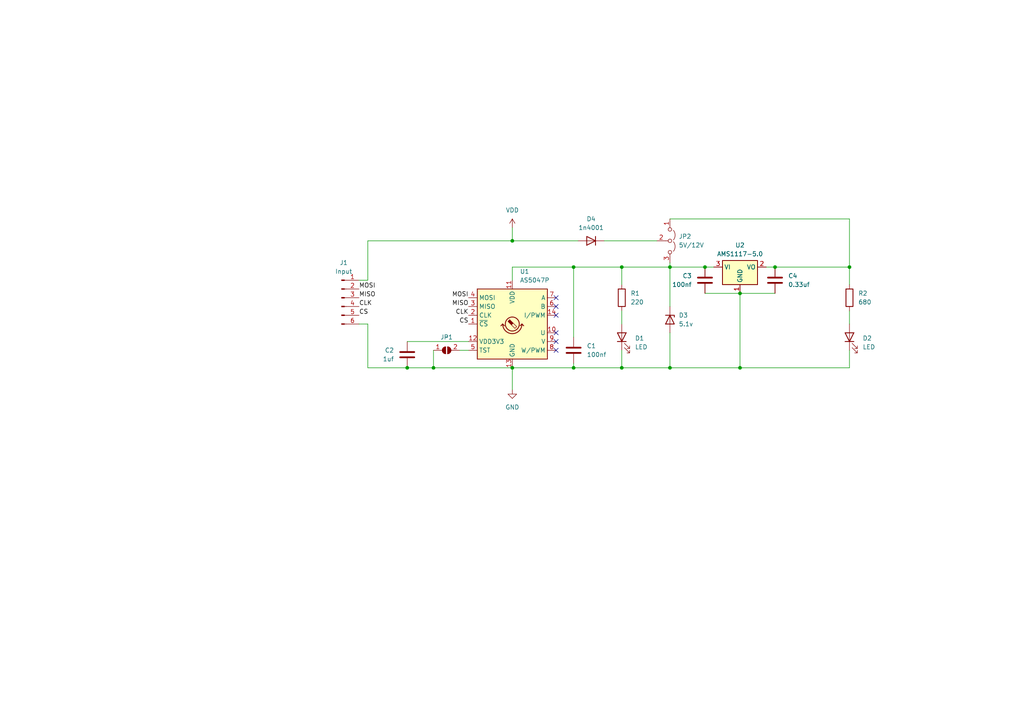
<source format=kicad_sch>
(kicad_sch (version 20230121) (generator eeschema)
  (paper "A4")
  (lib_symbols
    (symbol "Connector:Conn_01x06_Pin" (pin_names (offset 1.016) hide)
      (property "Reference" "J" (at 0 7.62 0))
      (property "Value" "Conn_01x06_Pin" (at 0 -10.16 0))
      (symbol "Conn_01x06_Pin_1_1"
        (polyline (pts (xy 1.27 -7.62) (xy 0.8636 -7.62)) (stroke (width 0.1524)))
        (polyline (pts (xy 1.27 -5.08) (xy 0.8636 -5.08)) (stroke (width 0.1524)))
        (polyline (pts (xy 1.27 -2.54) (xy 0.8636 -2.54)) (stroke (width 0.1524)))
        (polyline (pts (xy 1.27 0) (xy 0.8636 0)) (stroke (width 0.1524)))
        (polyline (pts (xy 1.27 2.54) (xy 0.8636 2.54)) (stroke (width 0.1524)))
        (polyline (pts (xy 1.27 5.08) (xy 0.8636 5.08)) (stroke (width 0.1524)))
        (rectangle (start 0.8636 -7.493) (end 0 -7.747) (stroke (width 0.1524)) (fill (type outline)))
        (rectangle (start 0.8636 -4.953) (end 0 -5.207) (stroke (width 0.1524)) (fill (type outline)))
        (rectangle (start 0.8636 -2.413) (end 0 -2.667) (stroke (width 0.1524)) (fill (type outline)))
        (rectangle (start 0.8636 0.127) (end 0 -0.127) (stroke (width 0.1524)) (fill (type outline)))
        (rectangle (start 0.8636 2.667) (end 0 2.413) (stroke (width 0.1524)) (fill (type outline)))
        (rectangle (start 0.8636 5.207) (end 0 4.953) (stroke (width 0.1524)) (fill (type outline)))
        (pin passive line (at 5.08 5.08 180) (length 3.81) (name "Pin_1") (number "1"))
        (pin passive line (at 5.08 2.54 180) (length 3.81) (name "Pin_2") (number "2"))
        (pin passive line (at 5.08 0 180) (length 3.81) (name "Pin_3") (number "3"))
        (pin passive line (at 5.08 -2.54 180) (length 3.81) (name "Pin_4") (number "4"))
        (pin passive line (at 5.08 -5.08 180) (length 3.81) (name "Pin_5") (number "5"))
        (pin passive line (at 5.08 -7.62 180) (length 3.81) (name "Pin_6") (number "6"))
      )
    )
    (symbol "Device:C" (pin_numbers hide) (pin_names (offset 0.254))
      (property "Reference" "C" (at 0.635 2.54 0))
      (property "Value" "C" (at 0.635 -2.54 0))
      (symbol "C_0_1"
        (polyline (pts (xy -2.032 -0.762) (xy 2.032 -0.762)) (stroke (width 0.508)))
        (polyline (pts (xy -2.032 0.762) (xy 2.032 0.762)) (stroke (width 0.508)))
      )
      (symbol "C_1_1"
        (pin passive line (at 0 3.81 270) (length 2.794) (name "~") (number "1"))
        (pin passive line (at 0 -3.81 90) (length 2.794) (name "~") (number "2"))
      )
    )
    (symbol "Device:D" (pin_numbers hide) (pin_names (offset 1.016) hide)
      (property "Reference" "D" (at 0 2.54 0))
      (property "Value" "D" (at 0 -2.54 0))
      (symbol "D_0_1"
        (polyline (pts (xy -1.27 1.27) (xy -1.27 -1.27)) (stroke (width 0.254)))
        (polyline (pts (xy 1.27 0) (xy -1.27 0)))
        (polyline (pts (xy 1.27 1.27) (xy 1.27 -1.27) (xy -1.27 0) (xy 1.27 1.27)) (stroke (width 0.254)))
      )
      (symbol "D_1_1"
        (pin passive line (at -3.81 0 0) (length 2.54) (name "K") (number "1"))
        (pin passive line (at 3.81 0 180) (length 2.54) (name "A") (number "2"))
      )
    )
    (symbol "Device:D_Zener" (pin_numbers hide) (pin_names (offset 1.016) hide)
      (property "Reference" "D" (at 0 2.54 0))
      (property "Value" "D_Zener" (at 0 -2.54 0))
      (symbol "D_Zener_0_1"
        (polyline (pts (xy 1.27 0) (xy -1.27 0)))
        (polyline (pts (xy -1.27 -1.27) (xy -1.27 1.27) (xy -0.762 1.27)) (stroke (width 0.254)))
        (polyline (pts (xy 1.27 -1.27) (xy 1.27 1.27) (xy -1.27 0) (xy 1.27 -1.27)) (stroke (width 0.254)))
      )
      (symbol "D_Zener_1_1"
        (pin passive line (at -3.81 0 0) (length 2.54) (name "K") (number "1"))
        (pin passive line (at 3.81 0 180) (length 2.54) (name "A") (number "2"))
      )
    )
    (symbol "Device:LED" (pin_numbers hide) (pin_names (offset 1.016) hide)
      (property "Reference" "D" (at 0 2.54 0))
      (property "Value" "LED" (at 0 -2.54 0))
      (symbol "LED_0_1"
        (polyline (pts (xy -1.27 -1.27) (xy -1.27 1.27)) (stroke (width 0.254)))
        (polyline (pts (xy -1.27 0) (xy 1.27 0)))
        (polyline (pts (xy 1.27 -1.27) (xy 1.27 1.27) (xy -1.27 0) (xy 1.27 -1.27)) (stroke (width 0.254)))
        (polyline (pts (xy -3.048 -0.762) (xy -4.572 -2.286) (xy -3.81 -2.286) (xy -4.572 -2.286) (xy -4.572 -1.524)))
        (polyline (pts (xy -1.778 -0.762) (xy -3.302 -2.286) (xy -2.54 -2.286) (xy -3.302 -2.286) (xy -3.302 -1.524)))
      )
      (symbol "LED_1_1"
        (pin passive line (at -3.81 0 0) (length 2.54) (name "K") (number "1"))
        (pin passive line (at 3.81 0 180) (length 2.54) (name "A") (number "2"))
      )
    )
    (symbol "Device:R" (pin_numbers hide) (pin_names (offset 0))
      (property "Reference" "R" (at 2.032 0 90))
      (property "Value" "R" (at 0 0 90))
      (symbol "R_0_1"
        (rectangle (start -1.016 -2.54) (end 1.016 2.54) (stroke (width 0.254)))
      )
      (symbol "R_1_1"
        (pin passive line (at 0 3.81 270) (length 1.27) (name "~") (number "1"))
        (pin passive line (at 0 -3.81 90) (length 1.27) (name "~") (number "2"))
      )
    )
    (symbol "Jumper:Jumper_3_Open" (pin_names (offset 0) hide)
      (property "Reference" "JP" (at -2.54 -2.54 0))
      (property "Value" "Jumper_3_Open" (at 0 2.794 0))
      (symbol "Jumper_3_Open_0_0"
        (circle (center -3.302 0) (radius 0.508))
        (circle (center 0 0) (radius 0.508))
        (circle (center 3.302 0) (radius 0.508))
      )
      (symbol "Jumper_3_Open_0_1"
        (arc (start -0.254 1.016) (mid -1.651 1.4992) (end -3.048 1.016))
        (polyline (pts (xy 0 -0.508) (xy 0 -1.27)))
        (arc (start 3.048 1.016) (mid 1.651 1.4992) (end 0.254 1.016))
      )
      (symbol "Jumper_3_Open_1_1"
        (pin passive line (at -6.35 0 0) (length 2.54) (name "A") (number "1"))
        (pin passive line (at 0 -3.81 90) (length 2.54) (name "C") (number "2"))
        (pin passive line (at 6.35 0 180) (length 2.54) (name "B") (number "3"))
      )
    )
    (symbol "Jumper:SolderJumper_2_Open" (pin_names (offset 0) hide)
      (property "Reference" "JP" (at 0 2.032 0))
      (property "Value" "SolderJumper_2_Open" (at 0 -2.54 0))
      (symbol "SolderJumper_2_Open_0_1"
        (arc (start -0.254 1.016) (mid -1.2656 0) (end -0.254 -1.016))
        (arc (start -0.254 1.016) (mid -1.2656 0) (end -0.254 -1.016) (fill (type outline)))
        (polyline (pts (xy -0.254 1.016) (xy -0.254 -1.016)))
        (polyline (pts (xy 0.254 1.016) (xy 0.254 -1.016)))
        (arc (start 0.254 -1.016) (mid 1.2656 0) (end 0.254 1.016))
        (arc (start 0.254 -1.016) (mid 1.2656 0) (end 0.254 1.016) (fill (type outline)))
      )
      (symbol "SolderJumper_2_Open_1_1"
        (pin passive line (at -3.81 0 0) (length 2.54) (name "A") (number "1"))
        (pin passive line (at 3.81 0 180) (length 2.54) (name "B") (number "2"))
      )
    )
    (symbol "Regulator_Linear:AMS1117-5.0"
      (property "Reference" "U" (at -3.81 3.175 0))
      (property "Value" "AMS1117-5.0" (at 0 3.175 0))
      (symbol "AMS1117-5.0_0_1"
        (rectangle (start -5.08 -5.08) (end 5.08 1.905) (stroke (width 0.254)) (fill (type background)))
      )
      (symbol "AMS1117-5.0_1_1"
        (pin power_in line (at 0 -7.62 90) (length 2.54) (name "GND") (number "1"))
        (pin power_out line (at 7.62 0 180) (length 2.54) (name "VO") (number "2"))
        (pin power_in line (at -7.62 0 0) (length 2.54) (name "VI") (number "3"))
      )
    )
    (symbol "Sensor_Magnetic:AS5047D"
      (property "Reference" "U" (at -8.89 11.43 0))
      (property "Value" "AS5047D" (at 5.08 11.43 0))
      (symbol "AS5047D_1_1"
        (rectangle (start -10.16 10.16) (end 10.16 -10.16) (stroke (width 0.254)) (fill (type background)))
        (arc (start -2.794 0) (mid 0 -2.7819) (end 2.794 0) (stroke (width 0.254)))
        (polyline (pts (xy -2.794 0) (xy -3.302 -0.508)) (stroke (width 0.254)))
        (polyline (pts (xy -2.794 0) (xy -2.286 -0.508)) (stroke (width 0.254)))
        (polyline (pts (xy 2.794 0) (xy 2.286 -0.508)) (stroke (width 0.254)))
        (polyline (pts (xy 2.794 0) (xy 3.302 -0.508)) (stroke (width 0.254)))
        (polyline (pts (xy 0.254 0.254) (xy 1.27 -0.762) (xy 0.762 -1.27) (xy -0.254 -0.254)))
        (polyline (pts (xy -0.762 1.27) (xy 0.254 0.254) (xy -0.254 -0.254) (xy -1.27 0.762) (xy -1.016 1.016) (xy -0.762 1.27) (xy -0.635 1.143)) (fill (type outline)))
        (circle (center 0 0) (radius 2.032) (stroke (width 0.254)))
        (pin input line (at -12.7 0 0) (length 2.54) (name "~{CS}") (number "1"))
        (pin output line (at 12.7 -2.54 180) (length 2.54) (name "U") (number "10"))
        (pin power_in line (at 0 12.7 270) (length 2.54) (name "VDD") (number "11"))
        (pin power_out line (at -12.7 -5.08 0) (length 2.54) (name "VDD3V3") (number "12"))
        (pin power_in line (at 0 -12.7 90) (length 2.54) (name "GND") (number "13"))
        (pin output line (at 12.7 2.54 180) (length 2.54) (name "I/PWM") (number "14"))
        (pin input line (at -12.7 2.54 0) (length 2.54) (name "CLK") (number "2"))
        (pin output line (at -12.7 5.08 0) (length 2.54) (name "MISO") (number "3"))
        (pin input line (at -12.7 7.62 0) (length 2.54) (name "MOSI") (number "4"))
        (pin input line (at -12.7 -7.62 0) (length 2.54) (name "TST") (number "5"))
        (pin output line (at 12.7 5.08 180) (length 2.54) (name "B") (number "6"))
        (pin output line (at 12.7 7.62 180) (length 2.54) (name "A") (number "7"))
        (pin output line (at 12.7 -7.62 180) (length 2.54) (name "W/PWM") (number "8"))
        (pin output line (at 12.7 -5.08 180) (length 2.54) (name "V") (number "9"))
      )
    )
    (symbol "power:GND" (power) (pin_names (offset 0))
      (property "Value" "GND" (at 0 -3.81 0))
      (symbol "GND_0_1"
        (polyline (pts (xy 0 0) (xy 0 -1.27) (xy 1.27 -1.27) (xy 0 -2.54) (xy -1.27 -1.27) (xy 0 -1.27)))
      )
      (symbol "GND_1_1"
        (pin power_in line (at 0 0 270) (length 0) hide (name "GND") (number "1"))
      )
    )
    (symbol "power:VDD" (power) (pin_names (offset 0))
      (property "Value" "VDD" (at 0 3.81 0))
      (symbol "VDD_0_1"
        (polyline (pts (xy -0.762 1.27) (xy 0 2.54)))
        (polyline (pts (xy 0 0) (xy 0 2.54)))
        (polyline (pts (xy 0 2.54) (xy 0.762 1.27)))
      )
      (symbol "VDD_1_1"
        (pin power_in line (at 0 0 90) (length 0) hide (name "VDD") (number "1"))
      )
    )
  )
  (junction (at 148.59 69.85))
  (junction (at 194.31 106.68))
  (junction (at 214.63 85.09))
  (junction (at 125.73 106.68))
  (junction (at 180.34 77.47))
  (junction (at 204.47 77.47))
  (junction (at 118.11 106.68))
  (junction (at 214.63 106.68))
  (junction (at 194.31 77.47))
  (junction (at 166.37 77.47))
  (junction (at 148.59 106.68))
  (junction (at 180.34 106.68))
  (junction (at 246.38 77.47))
  (junction (at 166.37 106.68))
  (junction (at 224.79 77.47))
  (no_connect (at 161.29 91.44))
  (no_connect (at 161.29 96.52))
  (no_connect (at 161.29 88.9))
  (no_connect (at 161.29 99.06))
  (no_connect (at 161.29 86.36))
  (no_connect (at 161.29 101.6))
  (wire (pts (xy 125.73 106.68) (xy 148.59 106.68)))
  (wire (pts (xy 222.25 77.47) (xy 224.79 77.47)))
  (wire (pts (xy 148.59 66.04) (xy 148.59 69.85)))
  (wire (pts (xy 148.59 77.47) (xy 148.59 81.28)))
  (wire (pts (xy 246.38 77.47) (xy 246.38 82.55)))
  (wire (pts (xy 246.38 63.5) (xy 246.38 77.47)))
  (wire (pts (xy 133.35 101.6) (xy 135.89 101.6)))
  (wire (pts (xy 118.11 99.06) (xy 135.89 99.06)))
  (wire (pts (xy 166.37 77.47) (xy 166.37 97.79)))
  (wire (pts (xy 148.59 113.03) (xy 148.59 106.68)))
  (wire (pts (xy 194.31 106.68) (xy 214.63 106.68)))
  (wire (pts (xy 194.31 77.47) (xy 204.47 77.47)))
  (wire (pts (xy 104.14 81.28) (xy 106.68 81.28)))
  (wire (pts (xy 180.34 77.47) (xy 194.31 77.47)))
  (wire (pts (xy 204.47 77.47) (xy 207.01 77.47)))
  (wire (pts (xy 194.31 63.5) (xy 246.38 63.5)))
  (wire (pts (xy 148.59 77.47) (xy 166.37 77.47)))
  (wire (pts (xy 166.37 105.41) (xy 166.37 106.68)))
  (wire (pts (xy 214.63 106.68) (xy 246.38 106.68)))
  (wire (pts (xy 194.31 77.47) (xy 194.31 88.9)))
  (wire (pts (xy 194.31 76.2) (xy 194.31 77.47)))
  (wire (pts (xy 246.38 90.17) (xy 246.38 93.98)))
  (wire (pts (xy 194.31 96.52) (xy 194.31 106.68)))
  (wire (pts (xy 125.73 101.6) (xy 125.73 106.68)))
  (wire (pts (xy 214.63 85.09) (xy 224.79 85.09)))
  (wire (pts (xy 180.34 90.17) (xy 180.34 93.98)))
  (wire (pts (xy 166.37 77.47) (xy 180.34 77.47)))
  (wire (pts (xy 166.37 106.68) (xy 180.34 106.68)))
  (wire (pts (xy 106.68 93.98) (xy 106.68 106.68)))
  (wire (pts (xy 180.34 101.6) (xy 180.34 106.68)))
  (wire (pts (xy 104.14 93.98) (xy 106.68 93.98)))
  (wire (pts (xy 246.38 101.6) (xy 246.38 106.68)))
  (wire (pts (xy 180.34 77.47) (xy 180.34 82.55)))
  (wire (pts (xy 106.68 81.28) (xy 106.68 69.85)))
  (wire (pts (xy 148.59 69.85) (xy 167.64 69.85)))
  (wire (pts (xy 180.34 106.68) (xy 194.31 106.68)))
  (wire (pts (xy 106.68 106.68) (xy 118.11 106.68)))
  (wire (pts (xy 148.59 106.68) (xy 166.37 106.68)))
  (wire (pts (xy 118.11 106.68) (xy 125.73 106.68)))
  (wire (pts (xy 214.63 106.68) (xy 214.63 85.09)))
  (wire (pts (xy 106.68 69.85) (xy 148.59 69.85)))
  (wire (pts (xy 175.26 69.85) (xy 190.5 69.85)))
  (wire (pts (xy 224.79 77.47) (xy 246.38 77.47)))
  (wire (pts (xy 204.47 85.09) (xy 214.63 85.09)))
  (label "MOSI" (at 135.89 86.36 180))
  (label "CS" (at 104.14 91.44 0))
  (label "CLK" (at 135.89 91.44 180))
  (label "MOSI" (at 104.14 83.82 0))
  (label "MISO" (at 104.14 86.36 0))
  (label "CLK" (at 104.14 88.9 0))
  (label "CS" (at 135.89 93.98 180))
  (label "MISO" (at 135.89 88.9 180))
  (symbol (lib_id "Device:LED") (at 246.38 97.79 90) (unit 1)
    (property "Reference" "D2" (at 250.19 98.1075 90) (effects (justify right)))
    (property "Value" "LED" (at 250.19 100.6475 90) (effects (justify right)))
    (property "Footprint" "LED_SMD:LED_0603_1608Metric_Pad1.05x0.95mm_HandSolder" (effects hide))
  )
  (symbol (lib_id "Device:D") (at 171.45 69.85 180) (unit 1)
    (property "Reference" "D4" (at 171.45 63.5 0))
    (property "Value" "1n4001" (at 171.45 66.04 0))
    (property "Footprint" "Diode_SMD:D_SMA" (effects hide))
    (property "Sim.Device" "D" (effects hide))
    (property "Sim.Pins" "1=K 2=A" (effects hide))
  )
  (symbol (lib_id "Device:R") (at 246.38 86.36 0) (unit 1)
    (property "Reference" "R2" (at 248.92 85.09 0) (effects (justify left)))
    (property "Value" "680" (at 248.92 87.63 0) (effects (justify left)))
    (property "Footprint" "Resistor_SMD:R_0603_1608Metric_Pad0.98x0.95mm_HandSolder" (effects hide))
  )
  (symbol (lib_id "Device:LED") (at 180.34 97.79 90) (unit 1)
    (property "Reference" "D1" (at 184.15 98.1075 90) (effects (justify right)))
    (property "Value" "LED" (at 184.15 100.6475 90) (effects (justify right)))
    (property "Footprint" "LED_SMD:LED_0603_1608Metric_Pad1.05x0.95mm_HandSolder" (effects hide))
  )
  (symbol (lib_id "Regulator_Linear:AMS1117-5.0") (at 214.63 77.47 0) (unit 1)
    (property "Reference" "U2" (at 214.63 71.12 0))
    (property "Value" "AMS1117-5.0" (at 214.63 73.66 0))
    (property "Footprint" "Package_TO_SOT_SMD:SOT-223-3_TabPin2" (effects hide))
    (property "Datasheet" "http://www.advanced-monolithic.com/pdf/ds1117.pdf" (effects hide))
  )
  (symbol (lib_id "Jumper:SolderJumper_2_Open") (at 129.54 101.6 0) (unit 1)
    (property "Reference" "JP1" (at 129.54 97.79 0))
    (property "Value" "~" (at 129.54 97.79 0))
    (property "Footprint" "Jumper:SolderJumper-2_P1.3mm_Open_RoundedPad1.0x1.5mm" (effects hide))
  )
  (symbol (lib_id "Device:R") (at 180.34 86.36 0) (unit 1)
    (property "Reference" "R1" (at 182.88 85.09 0) (effects (justify left)))
    (property "Value" "220" (at 182.88 87.63 0) (effects (justify left)))
    (property "Footprint" "Resistor_SMD:R_0603_1608Metric_Pad0.98x0.95mm_HandSolder" (effects hide))
  )
  (symbol (lib_id "Device:C") (at 204.47 81.28 0) (mirror y) (unit 1)
    (property "Reference" "C3" (at 200.66 80.01 0) (effects (justify left)))
    (property "Value" "100nf" (at 200.66 82.55 0) (effects (justify left)))
    (property "Footprint" "Capacitor_SMD:C_0603_1608Metric_Pad1.08x0.95mm_HandSolder" (effects hide))
  )
  (symbol (lib_id "Jumper:Jumper_3_Open") (at 194.31 69.85 270) (unit 1)
    (property "Reference" "JP2" (at 196.85 68.58 90) (effects (justify left)))
    (property "Value" "5V/12V" (at 196.85 71.12 90) (effects (justify left)))
    (property "Footprint" "Jumper:SolderJumper-3_P1.3mm_Open_Pad1.0x1.5mm" (effects hide))
  )
  (symbol (lib_id "Device:C") (at 118.11 102.87 0) (mirror x) (unit 1)
    (property "Reference" "C2" (at 114.3 101.6 0) (effects (justify right)))
    (property "Value" "1uf" (at 114.3 104.14 0) (effects (justify right)))
    (property "Footprint" "Capacitor_SMD:C_0603_1608Metric_Pad1.08x0.95mm_HandSolder" (effects hide))
  )
  (symbol (lib_id "Device:C") (at 224.79 81.28 0) (unit 1)
    (property "Reference" "C4" (at 228.6 80.01 0) (effects (justify left)))
    (property "Value" "0.33uf" (at 228.6 82.55 0) (effects (justify left)))
    (property "Footprint" "Capacitor_SMD:C_0603_1608Metric_Pad1.08x0.95mm_HandSolder" (effects hide))
  )
  (symbol (lib_id "Device:D_Zener") (at 194.31 92.71 270) (unit 1)
    (property "Reference" "D3" (at 196.85 91.44 90) (effects (justify left)))
    (property "Value" "5.1v" (at 196.85 93.98 90) (effects (justify left)))
    (property "Footprint" "Diode_SMD:D_1206_3216Metric" (effects hide))
  )
  (symbol (lib_id "power:VDD") (at 148.59 66.04 0) (unit 1)
    (property "Reference" "#PWR02" (effects hide))
    (property "Value" "VDD" (at 148.59 60.96 0))
  )
  (symbol (lib_id "Connector:Conn_01x06_Pin") (at 99.06 86.36 0) (unit 1)
    (property "Reference" "J1" (at 99.695 76.2 0))
    (property "Value" "Input" (at 99.695 78.74 0))
    (property "Footprint" "Connector_JST:JST_PH_S6B-PH-SM4-TB_1x06-1MP_P2.00mm_Horizontal" (effects hide))
  )
  (symbol (lib_id "Device:C") (at 166.37 101.6 0) (unit 1)
    (property "Reference" "C1" (at 170.18 100.33 0) (effects (justify left)))
    (property "Value" "100nf" (at 170.18 102.87 0) (effects (justify left)))
    (property "Footprint" "Capacitor_SMD:C_0603_1608Metric_Pad1.08x0.95mm_HandSolder" (effects hide))
  )
  (symbol (lib_id "Sensor_Magnetic:AS5047D") (at 148.59 93.98 0) (unit 1)
    (property "Reference" "U1" (at 150.7841 78.74 0) (effects (justify left)))
    (property "Value" "AS5047P" (at 150.7841 81.28 0) (effects (justify left)))
    (property "Footprint" "Package_SO:TSSOP-14_4.4x5mm_P0.65mm" (effects hide))
    (property "Datasheet" "https://ams.com/documents/20143/36005/AS5047D_DS000394_2-00.pdf" (effects hide))
  )
  (symbol (lib_id "power:GND") (at 148.59 113.03 0) (unit 1)
    (property "Reference" "#PWR01" (effects hide))
    (property "Value" "GND" (at 148.59 118.11 0))
  )
)
</source>
